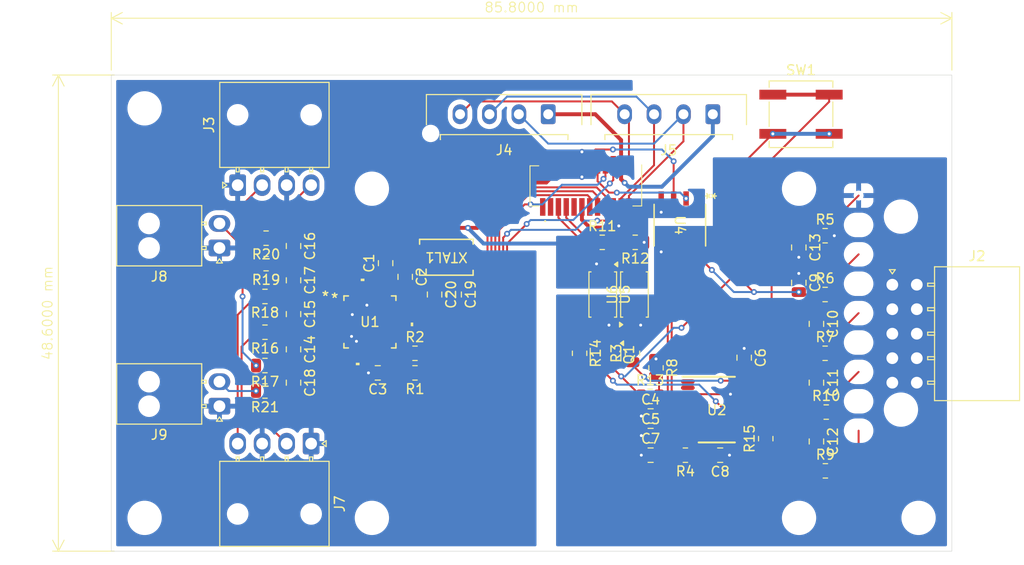
<source format=kicad_pcb>
(kicad_pcb (version 20240108) (generator "pcbnew") (generator_version "8.0")
  (layers (0 "F.Cu" signal) (31 "B.Cu" signal) (34 "B.Paste" user) (35 "F.Paste" user) (36 "B.SilkS" user "B.Silkscreen") (37 "F.SilkS" user "F.Silkscreen") (38 "B.Mask" user) (39 "F.Mask" user) (44 "Edge.Cuts" user))
  (net 0 "")
  (net 1 "GND")
  (net 2 "+3.3V")
  (net 3 "Net-(U1-CAP)")
  (net 4 "GNDA")
  (net 5 "+3.3VA")
  (net 6 "GND2")
  (net 7 "Net-(U2-CAP1)")
  (net 8 "Net-(U2-REGOUT)")
  (net 9 "Net-(U2-ALERT)")
  (net 10 "/cell4+")
  (net 11 "Net-(U2-BAT)")
  (net 12 "/VC1")
  (net 13 "/VC2")
  (net 14 "/VC3")
  (net 15 "/VC4")
  (net 16 "/VC0")
  (net 17 "/Thermistor town/AIN3")
  (net 18 "/Thermistor town/AIN4")
  (net 19 "/Thermistor town/AIN2")
  (net 20 "/Thermistor town/AIN0")
  (net 21 "/Thermistor town/AIN1")
  (net 22 "/Thermistor town/AIN5")
  (net 23 "/Thermistor town/xtal1")
  (net 24 "/Thermistor town/xtal2")
  (net 27 "/3&4COM")
  (net 28 "/2&3COM")
  (net 31 "/1&2COM")
  (net 32 "/Thermistor town/temp1")
  (net 33 "/Thermistor town/temp0")
  (net 34 "+12V")
  (net 35 "GNDPWR")
  (net 36 "/I-CAN_L")
  (net 37 "/I-CAN_H")
  (net 38 "/Thermistor town/temp3")
  (net 39 "/Thermistor town/temp2")
  (net 40 "/Thermistor town/temp4")
  (net 41 "/Thermistor town/temp5")
  (net 42 "Net-(Q1-G)")
  (net 43 "Net-(Q1-D)")
  (net 44 "/SYNC")
  (net 45 "/adCS")
  (net 46 "Net-(R3-Pad2)")
  (net 47 "Net-(U2-TS1)")
  (net 48 "Net-(R11-Pad2)")
  (net 49 "/bmsEN")
  (net 50 "/bmsALERT")
  (net 51 "/VC5")
  (net 52 "/DRDY")
  (net 53 "/adSCLK")
  (net 55 "/adMOSI")
  (net 57 "/adMISO")
  (net 61 "/bmSDA")
  (net 62 "/bmSCL")
  (net 65 "/psSCL")
  (net 66 "/psSDA")
  (net 69 "Net-(C19-Pad1)")
  (net 70 "Net-(C20-Pad1)")
  (footprint "Resistor_SMD:R_0805_2012Metric" (layer "F.Cu") (at 112.2875 54.2 180)
    (property "Reference" "R18")
    (property "Value" "50Ω")
  )
  (footprint "Resistor_SMD:R_0805_2012Metric" (layer "F.Cu") (at 169.4875 72)
    (property "Reference" "R9")
    (property "Value" "100Ω")
  )
  (footprint "Resistor_SMD:R_0805_2012Metric" (layer "F.Cu") (at 112.2875 61.25 180)
    (property "Reference" "R17")
    (property "Value" "50Ω")
  )
  (footprint "Resistor_SMD:R_0805_2012Metric" (layer "F.Cu") (at 112.4 50.85 180)
    (property "Reference" "R19")
    (property "Value" "50Ω")
  )
  (footprint "Package_SO:SSOP-4_4.4x2.6mm_P1.27mm" (layer "F.Cu") (at 146.765 54 -90)
    (property "Reference" "U5")
    (property "Value" "EL3H7")
  )
  (footprint "footprints:SOIC8_D_TEX" (layer "F.Cu") (at 154.635 46.92415 -90)
    (property "Reference" "U4")
    (property "Value" "ISO1641BDR")
  )
  (footprint "Capacitor_SMD:C_0805_2012Metric" (layer "F.Cu") (at 115.2 52.55 -90)
    (property "Reference" "C17")
    (property "Value" "4.7nF")
  )
  (footprint "Package_SO:SSOP-4_4.4x2.6mm_P1.27mm" (layer "F.Cu") (at 150 54 90)
    (property "Reference" "U6")
    (property "Value" "EL3H7")
  )
  (footprint "UTSVT_Special:PeripheralSOM" (layer "F.Cu") (at 141.81226 61.23774 90)
    (property "Reference" "U3" (hide yes))
    (property "Value" "PeripheralSOM" (hide yes))
  )
  (footprint "Capacitor_SMD:C_0805_2012Metric" (layer "F.Cu") (at 168.575 57 -90)
    (property "Reference" "C10")
    (property "Value" "1μF")
  )
  (footprint "Capacitor_SMD:C_0805_2012Metric" (layer "F.Cu") (at 129.6 54 -90)
    (property "Reference" "C20")
    (property "Value" "36pF")
  )
  (footprint "Resistor_SMD:R_0805_2012Metric" (layer "F.Cu") (at 127.6 60)
    (property "Reference" "R2")
    (property "Value" "100kΩ")
  )
  (footprint "Resistor_SMD:R_0805_2012Metric" (layer "F.Cu") (at 155.2 70.4 180)
    (property "Reference" "R4")
    (property "Value" "100Ω")
  )
  (footprint "Resistor_SMD:R_0805_2012Metric" (layer "F.Cu") (at 169.575 66)
    (property "Reference" "R10")
    (property "Value" "100Ω")
  )
  (footprint "Capacitor_SMD:C_0805_2012Metric" (layer "F.Cu") (at 115.2 59.6 -90)
    (property "Reference" "C14")
    (property "Value" "4.7nF")
  )
  (footprint "Capacitor_SMD:C_0805_2012Metric" (layer "F.Cu") (at 131.6 54 -90)
    (property "Reference" "C19")
    (property "Value" "36pF")
  )
  (footprint "Resistor_SMD:R_0805_2012Metric" (layer "F.Cu") (at 151.6 64.4)
    (property "Reference" "R13")
    (property "Value" "10kΩ")
  )
  (footprint "Capacitor_SMD:C_0805_2012Metric" (layer "F.Cu") (at 115.2 56 -90)
    (property "Reference" "C15")
    (property "Value" "4.7nF")
  )
  (footprint "Capacitor_SMD:C_0805_2012Metric" (layer "F.Cu") (at 166.775 49.2 -90)
    (property "Reference" "C13")
    (property "Value" "1μF")
  )
  (footprint "Resistor_SMD:R_0805_2012Metric" (layer "F.Cu") (at 169.4625 60)
    (property "Reference" "R7")
    (property "Value" "100Ω")
  )
  (footprint "Resistor_SMD:R_0805_2012Metric" (layer "F.Cu") (at 112.4 48.25 180)
    (property "Reference" "R20")
    (property "Value" "50Ω")
  )
  (footprint "Capacitor_SMD:C_0805_2012Metric" (layer "F.Cu") (at 126.6 52.2 -90)
    (property "Reference" "C2")
    (property "Value" "220nF")
  )
  (footprint "Connector_Molex:Molex_Nano-Fit_105313-xx04_1x04_P2.50mm_Horizontal" (layer "F.Cu") (at 117 69.22 -90)
    (property "Reference" "J7")
    (property "Value" "temptap1")
  )
  (footprint "Resistor_SMD:R_0805_2012Metric" (layer "F.Cu") (at 163.4 68.7125 90)
    (property "Reference" "R15")
    (property "Value" "0Ω")
  )
  (footprint "MountingHole:MountingHole_3mm" (layer "F.Cu") (at 100 76.8)
    (property "Reference" "H1" (hide yes))
    (property "Value" "MountingHole")
  )
  (footprint "Capacitor_SMD:C_0805_2012Metric" (layer "F.Cu") (at 115.2 63 -90)
    (property "Reference" "C18")
    (property "Value" "4.7nF")
  )
  (footprint "Button_Switch_SMD:SW_SPST_B3SL-1002P" (layer "F.Cu") (at 167 35.6)
    (property "Reference" "SW1")
    (property "Value" "BMS_BOOT")
  )
  (footprint "footprints:TQFP32_PBS_TEX" (layer "F.Cu") (at 123 56.8)
    (property "Reference" "U1")
    (property "Value" "ADS131M08QPBSRQ1")
  )
  (footprint "MountingHole:MountingHole_3mm" (layer "F.Cu") (at 179 76.8)
    (property "Reference" "H1" (hide yes))
    (property "Value" "MountingHole")
  )
  (footprint "Capacitor_SMD:C_0805_2012Metric" (layer "F.Cu") (at 151.65 66.4)
    (property "Reference" "C4")
    (property "Value" "1μF")
  )
  (footprint "footprints:XTAL_ABM3-8.000MHZ-D2Y-T_ABR" (layer "F.Cu") (at 130.8 50.2 180)
    (property "Reference" "XTAL1")
    (property "Value" "ABM3-8.000MHZ-D2Y-T")
  )
  (footprint "Capacitor_SMD:C_0805_2012Metric" (layer "F.Cu") (at 168.575 63 -90)
    (property "Reference" "C11")
    (property "Value" "1μF")
  )
  (footprint "Capacitor_SMD:C_0805_2012Metric" (layer "F.Cu") (at 151.65 68.4)
    (property "Reference" "C5")
    (property "Value" "4.7μF")
  )
  (footprint "Connector_Molex:Molex_Nano-Fit_105313-xx02_1x02_P2.50mm_Horizontal" (layer "F.Cu") (at 107.64 49.25 180)
    (property "Reference" "J8")
    (property "Value" "extratemp1")
  )
  (footprint "Capacitor_SMD:C_0805_2012Metric" (layer "F.Cu") (at 151.65 70.4)
    (property "Reference" "C7")
    (property "Value" "1μF")
  )
  (footprint "Connector_Molex:Molex_Nano-Fit_105313-xx02_1x02_P2.50mm_Horizontal" (layer "F.Cu") (at 107.64 65.4 180)
    (property "Reference" "J9")
    (property "Value" "extratemp2")
  )
  (footprint "Connector_Molex:Molex_Nano-Fit_105314-xx10_2x05_P2.50mm_Horizontal" (layer "F.Cu") (at 176.32 53)
    (property "Reference" "J2")
    (property "Value" "voltage taps")
  )
  (footprint "Capacitor_SMD:C_0805_2012Metric" (layer "F.Cu") (at 124.6 50.8 90)
    (property "Reference" "C1")
    (property "Value" "1μF")
  )
  (footprint "footprints:PW0020A_N" (layer "F.Cu") (at 158.4 65.8)
    (property "Reference" "U2")
    (property "Value" "BQ7692003PW")
  )
  (footprint "Resistor_SMD:R_0805_2012Metric" (layer "F.Cu") (at 112.2875 57.85 180)
    (property "Reference" "R16")
    (property "Value" "50Ω")
  )
  (footprint "Resistor_SMD:R_0805_2012Metric" (layer "F.Cu") (at 112.2875 63.85 180)
    (property "Reference" "R21")
    (property "Value" "50Ω")
  )
  (footprint "MountingHole:MountingHole_3mm" (layer "F.Cu") (at 179 35)
    (property "Reference" "H1" (hide yes))
    (property "Value" "MountingHole")
  )
  (footprint "Resistor_SMD:R_0805_2012Metric" (layer "F.Cu") (at 152.2 61.4875 -90)
    (property "Reference" "R8")
    (property "Value" "10kΩ")
  )
  (footprint "Connector_Molex:Molex_Nano-Fit_105313-xx04_1x04_P2.50mm_Horizontal" (layer "F.Cu") (at 109.5 42.84 90)
    (property "Reference" "J3")
    (property "Value" "temptap0")
  )
  (footprint "Resistor_SMD:R_0805_2012Metric" (layer "F.Cu") (at 127.6 62 180)
    (property "Reference" "R1")
    (property "Value" "100kΩ")
  )
  (footprint "Resistor_SMD:R_0805_2012Metric" (layer "F.Cu") (at 144.4 60 -90)
    (property "Reference" "R14")
    (property "Value" "100kΩ")
  )
  (footprint "Resistor_SMD:R_0805_2012Metric" (layer "F.Cu") (at 150.0775 48.675 180)
    (property "Reference" "R12")
    (property "Value" "10kΩ")
  )
  (footprint "MountingHole:MountingHole_3mm" (layer "F.Cu") (at 100 35)
    (property "Reference" "H1" (hide yes))
    (property "Value" "MountingHole")
  )
  (footprint "Package_TO_SOT_SMD:SOT-23" (layer "F.Cu") (at 147.05 60.1375 -90)
    (property "Reference" "Q1")
    (property "Value" "mmftp3334k")
  )
  (footprint "Capacitor_SMD:C_0805_2012Metric" (layer "F.Cu") (at 158.75 70.4 180)
    (property "Reference" "C8")
    (property "Value" "10μF")
  )
  (footprint "Connector_Molex:Molex_Micro-Fit_3.0_43650-0415_1x04_P3.00mm_Vertical" (layer "F.Cu") (at 158 35.6 180)
    (property "Reference" "J5")
    (property "Value" "I-CanConn")
  )
  (footprint "Resistor_SMD:R_0805_2012Metric" (layer "F.Cu") (at 169.4625 48)
    (property "Reference" "R5")
    (property "Value" "100Ω")
  )
  (footprint "Capacitor_SMD:C_0805_2012Metric" (layer "F.Cu") (at 166.775 52.8 -90)
    (property "Reference" "C9")
    (property "Value" "1μF")
  )
  (footprint "Capacitor_SMD:C_0805_2012Metric" (layer "F.Cu") (at 161.2 60.45 -90)
    (property "Reference" "C6")
    (property "Value" "4.7pF")
  )
  (footprint "Resistor_SMD:R_0805_2012Metric" (layer "F.Cu") (at 146.7125 48.675)
    (property "Reference" "R11")
    (property "Value" "2kΩ")
  )
  (footprint "Resistor_SMD:R_0805_2012Metric" (layer "F.Cu") (at 149.8 60 90)
    (property "Reference" "R3")
    (property "Value" "500kΩ")
  )
  (footprint "Capacitor_SMD:C_0805_2012Metric" (layer "F.Cu") (at 115.2 49.05 -90)
    (property "Reference" "C16")
    (property "Value" "4.7nF")
  )
  (footprint "Capacitor_SMD:C_0805_2012Metric" (layer "F.Cu") (at 123.8 62 180)
    (property "Reference" "C3")
    (property "Value" "1μF")
  )
  (footprint "Capacitor_SMD:C_0805_2012Metric" (layer "F.Cu") (at 168.575 69 -90)
    (property "Reference" "C12")
    (property "Value" "1μF")
  )
  (footprint "Connector_Molex:Molex_Micro-Fit_3.0_43650-0415_1x04_P3.00mm_Vertical" (layer "F.Cu") (at 141.2 35.6 180)
    (property "Reference" "J4")
    (property "Value" "I-CanConn")
  )
  (footprint "Resistor_SMD:R_0805_2012Metric" (layer "F.Cu") (at 169.4625 54)
    (property "Reference" "R6")
    (property "Value" "100Ω")
  )
  (gr_rect (start 96.6 31.6) (end 182.4 80.2) (stroke (width 0.05)) (fill none) (layer "Edge.Cuts"))
  (dimension (type aligned) (layer "F.SilkS") (pts (xy 97.4 31.6) (xy 97.4 80.2)) (height 6.2) (gr_text "48.6000 mm" (at 90.1 55.9 90) (layer "F.SilkS") (effects (font (size 1 1) (thickness 0.1)))) (format (prefix "") (suffix "") (units 3) (units_format 1) (precision 4)) (style (thickness 0.1) (arrow_length 1.27) (text_position_mode 0) (extension_height 0.58642) (extension_offset 0.5) keep_text_aligned))
  (dimension (type aligned) (layer "F.SilkS") (pts (xy 182.4 31.6) (xy 96.6 31.6)) (height 5.8) (gr_text "85.8000 mm" (at 139.5 24.7 0) (layer "F.SilkS") (effects (font (size 1 1) (thickness 0.1)))) (format (prefix "") (suffix "") (units 3) (units_format 1) (precision 4)) (style (thickness 0.1) (arrow_length 1.27) (text_position_mode 0) (extension_height 0.58642) (extension_offset 0.5) keep_text_aligned))
  (segment (start 124.6 49.85) (end 125.2 49.85) (width 0.4) (layer "F.Cu") (net 1))
  (segment (start 124.749999 53.109745) (end 126.6 51.259744) (width 0.2) (layer "F.Cu") (net 1))
  (segment (start 144.63726 45.06274) (end 144.63726 46.36274) (width 0.4) (layer "F.Cu") (net 1))
  (segment (start 133 47.2) (end 133.961522 47.2) (width 0.4) (layer "F.Cu") (net 1))
  (segment (start 124.749999 53.5996) (end 124.749999 53.109745) (width 0.2) (layer "F.Cu") (net 1))
  (segment (start 138.598782 42.56274) (end 141 42.56274) (width 0.4) (layer "F.Cu") (net 1))
  (segment (start 133.961522 47.2) (end 138.598782 42.56274) (width 0.4) (layer "F.Cu") (net 1))
  (segment (start 144.63726 46.36274) (end 145.44952 47.175) (width 0.4) (layer "F.Cu") (net 1))
  (segment (start 126.6 51.259744) (end 126.6 51.25) (width 0.2) (layer "F.Cu") (net 1))
  (segment (start 145.44952 47.175) (end 148.225 47.175) (width 0.4) (layer "F.Cu") (net 1))
  (segment (start 148.4 47) (end 148.337258 47.062742) (width 0.2) (layer "F.Cu") (net 1))
  (segment (start 152.73 44.2) (end 152.73 45.6) (width 0.4) (layer "F.Cu") (net 1))
  (segment (start 141.43726 42.12548) (end 141.43726 40.76274) (width 0.4) (layer "F.Cu") (net 1))
  (segment (start 133 47.2) (end 127.25 47.2) (width 0.4) (layer "F.Cu") (net 1))
  (segment (start 127.25 47.2) (end 124.6 49.85) (width 0.4) (layer "F.Cu") (net 1))
  (segment (start 125.2 49.85) (end 126.6 51.25) (width 0.4) (layer "F.Cu") (net 1))
  (segment (start 141 42.56274) (end 141.43726 42.12548) (width 0.4) (layer "F.Cu") (net 1))
  (segment (start 148.225 47.175) (end 148.4 47) (width 0.4) (layer "F.Cu") (net 1))
  (via (at 148.4 47) (size 0.6) (drill 0.3) (layers "F.Cu" "B.Cu") (net 1))
  (via (at 133 47.2) (size 0.6) (drill 0.3) (layers "F.Cu" "B.Cu") (net 1))
  (via (at 146.13 50.875) (size 0.6) (drill 0.3) (layers "F.Cu" "B.Cu") (net 1))
  (via (at 152.73 45.6) (size 0.6) (drill 0.3) (layers "F.Cu" "B.Cu") (net 1))
  (via (at 150.99 48.675) (size 0.6) (drill 0.3) (layers "F.Cu" "B.Cu") (net 1))
  (segment (start 144.055 48.8) (end 146.13 50.875) (width 0.4) (layer "B.Cu") (net 1))
  (segment (start 146.2 50.805) (end 146.13 50.875) (width 0.2) (layer "B.Cu") (net 1))
  (segment (start 134.6 48.8) (end 144.055 48.8) (width 0.4) (layer "B.Cu") (net 1))
  (segment (start 133 47.2) (end 134.6 48.8) (width 0.4) (layer "B.Cu") (net 1))
  (segment (start 124.25 52.1) (end 124.6 51.75) (width 0.2) (layer "F.Cu") (net 2))
  (segment (start 124.25 53.5996) (end 124.25 52.1) (width 0.2) (layer "F.Cu") (net 2))
  (segment (start 128.5125 62) (end 128.5125 60) (width 0.2) (layer "F.Cu") (net 2))
  (segment (start 126.2004 53.5496) (end 126.6 53.15) (width 0.2) (layer "F.Cu") (net 3))
  (segment (start 126.2004 55.050001) (end 126.2004 53.5496) (width 0.2) (layer "F.Cu") (net 3))
  (segment (start 119.7996 58.05) (end 119.7996 57.550001) (width 0.2) (layer "F.Cu") (net 4))
  (segment (start 123.25 54.5251) (end 123.25 53.5996) (width 0.2) (layer "F.Cu") (net 4))
  (segment (start 120.3965 57.550001) (end 119.7996 57.550001) (width 0.2) (layer "F.Cu") (net 4))
  (segment (start 119.7996 56.049999) (end 121.2 56.049999) (width 0.2) (layer "F.Cu") (net 4))
  (segment (start 121.725101 56.049999) (end 122.68755 55.08755) (width 0.2) (layer "F.Cu") (net 4))
  (segment (start 122.98755 54.78755) (end 123.25 54.5251) (width 0.2) (layer "F.Cu") (net 4))
  (segment (start 121.12325 58.276751) (end 121.123249 58.276751) (width 0.2) (layer "F.Cu") (net 4))
  (segment (start 123.25 60.0004) (end 122.75 60.0004) (width 0.2) (layer "F.Cu") (net 4))
  (segment (start 119.7996 58.05) (end 120.2251 58.05) (width 0.2) (layer "F.Cu") (net 4))
  (segment (start 121.2 56.049999) (end 121.725101 56.049999) (width 0.2) (layer "F.Cu") (net 4))
  (segment (start 119.7996 56.049999) (end 119.7996 55.55) (width 0.2) (layer "F.Cu") (net 4))
  (segment (start 123.25 60.0004) (end 123.25 61.6) (width 0.2) (layer "F.Cu") (net 4))
  (segment (start 123.25 61.6) (end 122.85 62) (width 0.2) (layer "F.Cu") (net 4))
  (segment (start 122.249999 60.0004) (end 121.75 60.0004) (width 0.2) (layer "F.Cu") (net 4))
  (segment (start 122.249999 59.4035) (end 121.62325 58.776751) (width 0.2) (layer "F.Cu") (net 4))
  (segment (start 121.323249 58.47675) (end 121.12325 58.276751) (width 0.2) (layer "F.Cu") (net 4))
  (segment (start 121.623249 58.77675) (end 121.32325 58.476751) (width 0.2) (layer "F.Cu") (net 4))
  (segment (start 121.75 53.5996) (end 122.249999 53.5996) (width 0.2) (layer "F.Cu") (net 4))
  (segment (start 121.123249 58.276751) (end 121.123249 58.27675) (width 0.2) (layer "F.Cu") (net 4))
  (segment (start 122.51245 54.78755) (end 122.98755 54.78755) (width 0.2) (layer "F.Cu") (net 4))
  (segment (start 122.249999 54.525099) (end 122.51245 54.78755) (width 0.2) (layer "F.Cu") (net 4))
  (segment (start 121.62325 58.77675) (end 121.623249 58.77675) (width 0.2) (layer "F.Cu") (net 4))
  (segment (start 144.63726 39.43726) (end 144.63726 42) (width 0.4) (layer "F.Cu") (net 4))
  (segment (start 121.250001 60.0004) (end 121.75 60.0004) (width 0.2) (layer "F.Cu") (net 4))
  (segment (start 121.62325 58.776751) (end 121.62325 58.77675) (width 0.2) (layer "F.Cu") (net 4))
  (segment (start 121.32325 58.476751) (end 121.323249 58.476751) (width 0.2) (layer "F.Cu") (net 4))
  (segment (start 122.75 60.0004) (end 122.249999 60.0004) (width 0.2) (layer "F.Cu") (net 4))
  (segment (start 121.323249 58.476751) (end 121.323249 58.47675) (width 0.2) (layer "F.Cu") (net 4))
  (segment (start 122.249999 53.5996) (end 122.249999 54.525099) (width 0.2) (layer "F.Cu") (net 4))
  (segment (start 122.249999 60.0004) (end 122.249999 59.4035) (width 0.2) (layer "F.Cu") (net 4))
  (segment (start 122.68755 55.08755) (end 122.98755 54.78755) (width 0.2) (layer "F.Cu") (net 4))
  (segment (start 121.123249 58.27675) (end 120.3965 57.550001) (width 0.2) (layer "F.Cu") (net 4))
  (via (at 122.85 62) (size 0.6) (drill 0.3) (layers "F.Cu" "B.Cu") (net 4))
  (via (at 121.123249 58.276751) (size 0.6) (drill 0.3) (layers "F.Cu" "B.Cu") (net 4))
  (via (at 121.2 56.049999) (size 0.6) (drill 0.3) (layers "F.Cu" "B.Cu") (net 4))
  (via (at 121.62325 58.77675) (size 0.6) (drill 0.3) (layers "F.Cu" "B.Cu") (net 4))
  (via (at 144.63726 39.43726) (size 0.6) (drill 0.3) (layers "F.Cu" "B.Cu") (net 4))
  (via (at 144.63726 42) (size 0.6) (drill 0.3) (layers "F.Cu" "B.Cu") (net 4))
  (via (at 122.68755 55.08755) (size 0.6) (drill 0.3) (layers "F.Cu" "B.Cu") (net 4))
  (segment (start 124.25 60.0004) (end 124.25 61.5) (width 0.2) (layer "F.Cu") (net 5))
  (segment (start 124.25 61.5) (end 124.75 62) (width 0.2) (layer "F.Cu") (net 5))
  (segment (start 170.4 48) (end 170.375 48) (width 0.2) (layer "F.Cu") (net 6))
  (segment (start 170.375 46.405) (end 170.375 48) (width 0.2) (layer "F.Cu") (net 6))
  (segment (start 161.350002 64.175002) (end 159.8 64.175002) (width 0.2) (layer "F.Cu") (net 6))
  (segment (start 161.350002 64.175002) (end 161.350002 63.525003) (width 0.2) (layer "F.Cu") (net 6))
  (segment (start 159.8 64.175002) (end 155.450001 64.175002) (width 0.2) (layer "F.Cu") (net 6))
  (segment (start 172.88 43.9) (end 170.375 46.405) (width 0.2) (layer "F.Cu") (net 6))
  (segment (start 166.775 50.2) (end 166.775 51.85) (width 0.2) (layer "F.Cu") (net 6))
  (segment (start 166.775 50.15) (end 166.775 50.2) (width 0.2) (layer "F.Cu") (net 6))
  (via (at 152.73 49.6483) (size 0.6) (drill 0.3) (layers "F.Cu" "B.Cu") (net 6))
  (via (at 150.7 70.4) (size 0.6) (drill 0.3) (layers "F.Cu" "B.Cu") (net 6))
  (via (at 166.775 51.85) (size 0.6) (drill 0.3) (layers "F.Cu" "B.Cu") (net 6))
  (via (at 161.2 59.5) (size 0.6) (drill 0.3) (layers "F.Cu" "B.Cu") (net 6))
  (via (at 166.775 50.2) (size 0.6) (drill 0.3) (layers "F.Cu" "B.Cu") (net 6))
  (via (at 150.635 57.125) (size 0.6) (drill 0.3) (layers "F.Cu" "B.Cu") (net 6))
  (via (at 152.2 60.575) (size 0.6) (drill 0.3) (layers "F.Cu" "B.Cu") (net 6))
  (via (at 170.4 48) (size 0.6) (drill 0.3) (layers "F.Cu" "B.Cu") (net 6))
  (via (at 147.4 57.125) (size 0.6) (drill 0.3) (layers "F.Cu" "B.Cu") (net 6))
  (via (at 159.7 70.4) (size 0.6) (drill 0.3) (layers "F.Cu" "B.Cu") (net 6))
  (via (at 150.7 68.4) (size 0.6) (drill 0.3) (layers "F.Cu" "B.Cu") (net 6))
  (via (at 159.8 64.175002) (size 0.6) (drill 0.3) (layers "F.Cu" "B.Cu") (net 6))
  (via (at 150.7 66.4) (size 0.6) (drill 0.3) (layers "F.Cu" "B.Cu") (net 6))
  (segment (start 155.450001 66.775002) (end 152.975002 66.775002) (width 0.2) (layer "F.Cu") (net 7))
  (segment (start 152.975002 66.775002) (end 152.6 66.4) (width 0.2) (layer "F.Cu") (net 7))
  (segment (start 153.574997 67.425003) (end 152.6 68.4) (width 0.2) (layer "F.Cu") (net 8))
  (segment (start 155.450001 67.425003) (end 153.574997 67.425003) (width 0.2) (layer "F.Cu") (net 8))
  (segment (start 161.350002 62.875002) (end 161.275 62.8) (width 0.2) (layer "F.Cu") (net 9))
  (segment (start 149.8 61.2) (end 149.8 60.9125) (width 0.2) (layer "F.Cu") (net 9))
  (segment (start 161.275 62.8) (end 158.8 62.8) (width 0.2) (layer "F.Cu") (net 9))
  (segment (start 161.350002 61.550002) (end 161.2 61.4) (width 0.2) (layer "F.Cu") (net 9))
  (segment (start 151 62.4) (end 149.8 61.2) (width 0.2) (layer "F.Cu") (net 9))
  (segment (start 161.350002 62.875002) (end 161.350002 61.550002) (width 0.2) (layer "F.Cu") (net 9))
  (via (at 158.8 62.8) (size 0.6) (drill 0.3) (layers "F.Cu" "B.Cu") (net 9))
  (via (at 151 62.4) (size 0.6) (drill 0.3) (layers "F.Cu" "B.Cu") (net 9))
  (segment (start 151 62.4) (end 151.4 62.8) (width 0.2) (layer "B.Cu") (net 9))
  (segment (start 151.4 62.8) (end 158.8 62.8) (width 0.2) (layer "B.Cu") (net 9))
  (segment (start 155.450001 68.075002) (end 154.550001 68.075002) (width 0.2) (layer "F.Cu") (net 10))
  (segment (start 170.4 72) (end 169.2 73.2) (width 0.2) (layer "F.Cu") (net 10))
  (segment (start 154.2875 70.4) (end 152.6 70.4) (width 0.2) (layer "F.Cu") (net 10))
  (segment (start 157.0875 73.2) (end 154.2875 70.4) (width 0.2) (layer "F.Cu") (net 10))
  (segment (start 170.4 72) (end 172.88 69.52) (width 0.2) (layer "F.Cu") (net 10))
  (segment (start 152.6 70.025003) (end 152.6 70.4) (width 0.2) (layer "F.Cu") (net 10))
  (segment (start 169.2 73.2) (end 157.0875 73.2) (width 0.2) (layer "F.Cu") (net 10))
  (segment (start 154.550001 68.075002) (end 152.6 70.025003) (width 0.2) (layer "F.Cu") (net 10))
  (segment (start 172.88 69.52) (end 172.88 67.9) (width 0.2) (layer "F.Cu") (net 10))
  (segment (start 155.450001 68.725003) (end 156.125003 68.725003) (width 0.2) (layer "F.Cu") (net 11))
  (segment (start 156.125003 68.725003) (end 157.8 70.4) (width 0.2) (layer "F.Cu") (net 11))
  (segment (start 156.1125 70.4) (end 156.1125 69.387502) (width 0.2) (layer "F.Cu") (net 11))
  (segment (start 156.1125 69.387502) (end 155.450001 68.725003) (width 0.2) (layer "F.Cu") (net 11))
  (segment (start 169.875 34.325) (end 169.875 33.6) (width 0.2) (layer "F.Cu") (net 12))
  (segment (start 168.575 56.05) (end 166.6 58.025) (width 0.2) (layer "F.Cu") (net 12))
  (segment (start 162.2 53.75) (end 162.15 53.75) (width 0.2) (layer "F.Cu") (net 12))
  (segment (start 147.05 62.05) (end 147.8 62.8) (width 0.2) (layer "F.Cu") (net 12))
  (segment (start 164.125 33.6) (end 169.875 33.6) (width 0.4) (layer "F.Cu") (net 12))
  (segment (start 162.15 53.75) (end 160.4 52) (width 0.2) (layer "F.Cu") (net 12))
  (segment (start 166.6 58.025) (end 166.6 61.325003) (width 0.2) (layer "F.Cu") (net 12))
  (segment (start 156.54 50.14) (end 156.54 49.6483) (width 0.2) (layer "F.Cu") (net 12))
  (segment (start 168.55 54) (end 167.025 54) (width 0.2) (layer "F.Cu") (net 12))
  (segment (start 168.575 54.025) (end 168.55 54) (width 0.2) (layer "F.Cu") (net 12))
  (segment (start 158.3 64.9) (end 158.875002 65.475002) (width 0.2) (layer "F.Cu") (net 12))
  (segment (start 160.4 52) (end 160.4 43.8) (width 0.2) (layer "F.Cu") (net 12))
  (segment (start 157.9 51.5) (end 156.54 50.14) (width 0.2) (layer "F.Cu") (net 12))
  (segment (start 167.025 54) (end 166.775 53.75) (width 0.2) (layer "F.Cu") (net 12))
  (segment (start 162.450001 65.475002) (end 161.350002 65.475002) (width 0.2) (layer "F.Cu") (net 12))
  (segment (start 168.575 56.05) (end 168.575 54.025) (width 0.2) (layer "F.Cu") (net 12))
  (segment (start 160.4 43.8) (end 169.875 34.325) (width 0.2) (layer "F.Cu") (net 12))
  (segment (start 158.875002 65.475002) (end 161.350002 65.475002) (width 0.2) (layer "F.Cu") (net 12))
  (segment (start 147.05 61.075) (end 144.5625 61.075) (width 0.2) (layer "F.Cu") (net 12))
  (segment (start 147.05 61.075) (end 147.05 62.05) (width 0.2) (layer "F.Cu") (net 12))
  (segment (start 144.5625 61.075) (end 144.4 60.9125) (width 0.2) (layer "F.Cu") (net 12))
  (segment (start 166.6 61.325003) (end 162.450001 65.475002) (width 0.2) (layer "F.Cu") (net 12))
  (via (at 147.8 62.8) (size 0.6) (drill 0.3) (layers "F.Cu" "B.Cu") (net 12))
  (via (at 166.775 53.75) (size 0.6) (drill 0.3) (layers "F.Cu" "B.Cu") (net 12))
  (via (at 162.2 53.75) (size 0.6) (drill 0.3) (layers "F.Cu" "B.Cu") (net 12))
  (via (at 157.9 51.5) (size 0.6) (drill 0.3) (layers "F.Cu" "B.Cu") (net 12))
  (via (at 158.3 64.9) (size 0.6) (drill 0.3) (layers "F.Cu" "B.Cu") (net 12))
  (segment (start 162.2 53.75) (end 166.775 53.75) (width 0.2) (layer "B.Cu") (net 12))
  (segment (start 156.6 63.2) (end 148.2 63.2) (width 0.2) (layer "B.Cu") (net 12))
  (segment (start 162.2 53.75) (end 160.15 53.75) (width 0.2) (layer "B.Cu") (net 12))
  (segment (start 160.15 53.75) (end 157.9 51.5) (width 0.2) (layer "B.Cu") (net 12))
  (segment (start 148.2 63.2) (end 147.8 62.8) (width 0.2) (layer "B.Cu") (net 12))
  (segment (start 158.3 64.9) (end 156.6 63.2) (width 0.2) (layer "B.Cu") (net 12))
  (segment (start 168.55 60) (end 168.55 59.95) (width 0.2) (layer "F.Cu") (net 13))
  (segment (start 168.575 62.05) (end 168.575 60.025) (width 0.2) (layer "F.Cu") (net 13))
  (segment (start 168.55 59.95) (end 168.575 59.925) (width 0.2) (layer "F.Cu") (net 13))
  (segment (start 161.350002 66.125003) (end 164.499997 66.125003) (width 0.2) (layer "F.Cu") (net 13))
  (segment (start 164.499997 66.125003) (end 168.575 62.05) (width 0.2) (layer "F.Cu") (net 13))
  (segment (start 168.575 59.925) (end 168.575 57.95) (width 0.2) (layer "F.Cu") (net 13))
  (segment (start 168.575 60.025) (end 168.55 60) (width 0.2) (layer "F.Cu") (net 13))
  (segment (start 161.350002 66.775002) (end 167.887498 66.775002) (width 0.2) (layer "F.Cu") (net 14))
  (segment (start 168.575 68.05) (end 168.575 66.0875) (width 0.2) (layer "F.Cu") (net 14))
  (segment (start 168.6625 64.0375) (end 168.575 63.95) (width 0.2) (layer "F.Cu") (net 14))
  (segment (start 168.6625 66) (end 168.6625 64.0375) (width 0.2) (layer "F.Cu") (net 14))
  (segment (start 167.887498 66.775002) (end 168.6625 66) (width 0.2) (layer "F.Cu") (net 14))
  (segment (start 168.575 66.0875) (end 168.6625 66) (width 0.2) (layer "F.Cu") (net 14))
  (segment (start 168.575 69.95) (end 165.55 69.95) (width 0.2) (layer "F.Cu") (net 15))
  (segment (start 168.575 72) (end 168.575 69.95) (width 0.2) (layer "F.Cu") (net 15))
  (segment (start 165.55 69.95) (end 163.4 67.8) (width 0.2) (layer "F.Cu") (net 15))
  (segment (start 163.4 67.8) (end 163.025003 67.425003) (width 0.2) (layer "F.Cu") (net 15))
  (segment (start 163.025003 67.425003) (end 161.350002 67.425003) (width 0.2) (layer "F.Cu") (net 15))
  (segment (start 161.350002 64.825003) (end 161.974997 64.825003) (width 0.2) (layer "F.Cu") (net 16))
  (segment (start 167.025 48) (end 166.775 48.25) (width 0.2) (layer "F.Cu") (net 16))
  (segment (start 168.55 48) (end 167.025 48) (width 0.2) (layer "F.Cu") (net 16))
  (segment (start 164 51.025) (end 166.775 48.25) (width 0.2) (layer "F.Cu") (net 16))
  (segment (start 164 62.8) (end 164 51.025) (width 0.2) (layer "F.Cu") (net 16))
  (segment (start 161.974997 64.825003) (end 164 62.8) (width 0.2) (layer "F.Cu") (net 16))
  (segment (start 115.2 58.65) (end 115.2 57.8) (width 0.2) (layer "F.Cu") (net 17))
  (segment (start 115.2 57.8) (end 115.15 57.85) (width 0.2) (layer "F.Cu") (net 17))
  (segment (start 115.2 56.95) (end 115.6 56.55) (width 0.2) (layer "F.Cu") (net 17))
  (segment (start 115.2 57.8) (end 115.2 56.95) (width 0.2) (layer "F.Cu") (net 17))
  (segment (start 115.15 57.85) (end 113.2 57.85) (width 0.2) (layer "F.Cu") (net 17))
  (segment (start 115.6 56.55) (end 119.7996 56.55) (width 0.2) (layer "F.Cu") (net 17))
  (segment (start 115.2 61.2) (end 115.2 60.55) (width 0.2) (layer "F.Cu") (net 18))
  (segment (start 115.2 60.55) (end 118.7 57.05) (width 0.2) (layer "F.Cu") (net 18))
  (segment (start 115.2 61.2) (end 115.15 61.25) (width 0.2) (layer "F.Cu") (net 18))
  (segment (start 115.15 61.25) (end 113.2 61.25) (width 0.2) (layer "F.Cu") (net 18))
  (segment (start 118.7 57.05) (end 119.7996 57.05) (width 0.2) (layer "F.Cu") (net 18))
  (segment (start 115.2 62.05) (end 115.2 61.2) (width 0.2) (layer "F.Cu") (net 18))
  (segment (start 115.2 53.5) (end 115.2 54.2) (width 0.2) (layer "F.Cu") (net 19))
  (segment (start 115.2 54.2) (end 113.2 54.2) (width 0.2) (layer "F.Cu") (net 19))
  (segment (start 115.2 54.2) (end 115.2 55.05) (width 0.2) (layer "F.Cu") (net 19))
  (segment (start 119.799599 55.05) (end 119.7996 55.050001) (width 0.2) (layer "F.Cu") (net 19))
  (segment (start 115.2 55.05) (end 119.799599 55.05) (width 0.2) (layer "F.Cu") (net 19))
  (segment (start 122.075899 52) (end 122.75 52.674101) (width 0.2) (layer "F.Cu") (net 20))
  (segment (start 119.1 52) (end 122.075899 52) (width 0.2) (layer "F.Cu") (net 20))
  (segment (start 113.3125 48.25) (end 115.05 48.25) (width 0.2) (layer "F.Cu") (net 20))
  (segment (start 122.75 52.674101) (end 122.75 53.5996) (width 0.2) (layer "F.Cu") (net 20))
  (segment (start 115.2 48.1) (end 119.1 52) (width 0.2) (layer "F.Cu") (net 20))
  (segment (start 115.05 48.25) (end 115.2 48.1) (width 0.2) (layer "F.Cu") (net 20))
  (segment (start 115.15 50.85) (end 115.2 50.8) (width 0.2) (layer "F.Cu") (net 21))
  (segment (start 115.2 51.6) (end 117.1996 53.5996) (width 0.2) (layer "F.Cu") (net 21))
  (segment (start 113.3125 50.85) (end 115.15 50.85) (width 0.2) (layer "F.Cu") (net 21))
  (segment (start 115.2 50.8) (end 115.2 51.6) (width 0.2) (layer "F.Cu") (net 21))
  (segment (start 117.1996 53.5996) (end 121.250001 53.5996) (width 0.2) (layer "F.Cu") (net 21))
  (segment (start 115.2 50) (end 115.2 50.8) (width 0.2) (layer "F.Cu") (net 21))
  (segment (start 115.2 63.95) (end 113.3 63.95) (width 0.2) (layer "F.Cu") (net 22))
  (segment (start 119.7996 59.3504) (end 119.7996 58.549999) (width 0.2) (layer "F.Cu") (net 22))
  (segment (start 115.2 63.95) (end 119.7996 59.3504) (width 0.2) (layer "F.Cu") (net 22))
  (segment (start 113.3 63.95) (end 113.2 63.85) (width 0.2) (layer "F.Cu") (net 22))
  (segment (start 126.2004 55.55) (end 129 55.55) (width 0.2) (layer "F.Cu") (net 23))
  (segment (start 129 55.55) (end 129.6 54.95) (width 0.2) (layer "F.Cu") (net 23))
  (segment (start 126.2004 56.049999) (end 130.500001 56.049999) (width 0.2) (layer "F.Cu") (net 24))
  (segment (start 130.500001 56.049999) (end 131.6 54.95) (width 0.2) (layer "F.Cu") (net 24))
  (segment (start 172.88 61.9) (end 170.4875 64.2925) (width 0.2) (layer "F.Cu") (net 27))
  (segment (start 170.4875 64.2925) (end 170.4875 66) (width 0.2) (layer "F.Cu") (net 27))
  (segment (start 170.375 58.405) (end 170.375 60) (width 0.2) (layer "F.Cu") (net 28))
  (segment (start 172.88 55.9) (end 170.375 58.405) (width 0.2) (layer "F.Cu") (net 28))
  (segment (start 170.375 52.405) (end 170.375 54) (width 0.2) (layer "F.Cu") (net 31))
  (segment (start 172.88 49.9) (end 170.375 52.405) (width 0.2) (layer "F.Cu") (net 31))
  (segment (start 110.41875 44.42125) (end 110.41875 49.78125) (width 0.2) (layer "F.Cu") (net 32))
  (segment (start 112 42.84) (end 110.41875 44.42125) (width 0.2) (layer "F.Cu") (net 32))
  (segment (start 110.41875 49.78125) (end 111.4875 50.85) (width 0.2) (layer "F.Cu") (net 32))
  (segment (start 110.4 49.7625) (end 110.41875 49.78125) (width 0.2) (layer "F.Cu") (net 32))
  (segment (start 116.8975 42.84) (end 111.4875 48.25) (width 0.2) (layer "F.Cu") (net 33))
  (segment (start 117 42.84) (end 116.8975 42.84) (width 0.2) (layer "F.Cu") (net 33))
  (segment (start 148.63726 42.23726) (end 149 42.6) (width 0.4) (layer "F.Cu") (net 34))
  (segment (start 141.2 35.6) (end 146 35.6) (width 0.4) (layer "F.Cu") (net 34))
  (segment (start 146 35.6) (end 148.63726 38.23726) (width 0.4) (layer "F.Cu") (net 34))
  (segment (start 148.63726 40.76274) (end 148.63726 42.23726) (width 0.4) (layer "F.Cu") (net 34))
  (segment (start 148.63726 38.23726) (end 148.63726 40.76274) (width 0.4) (layer "F.Cu") (net 34))
  (via (at 149 42.6) (size 0.6) (drill 0.3) (layers "F.Cu" "B.Cu") (net 34))
  (segment (start 149.4 43) (end 149 42.6) (width 0.4) (layer "B.Cu") (net 34))
  (segment (start 158 35.6) (end 158 37.8) (width 0.4) (layer "B.Cu") (net 34))
  (segment (start 158 37.8) (end 152.8 43) (width 0.4) (layer "B.Cu") (net 34))
  (segment (start 152.8 43) (end 149.4 43) (width 0.4) (layer "B.Cu") (net 34))
  (segment (start 149 35.6) (end 149.43726 36.03726) (width 0.2) (layer "F.Cu") (net 35))
  (segment (start 149.43726 36.03726) (end 149.43726 40.76274) (width 0.2) (layer "F.Cu") (net 35))
  (segment (start 132.2 35.6) (end 133.51 34.29) (width 0.2) (layer "F.Cu") (net 35))
  (segment (start 147.69 34.29) (end 149 35.6) (width 0.2) (layer "F.Cu") (net 35))
  (segment (start 133.51 34.29) (end 147.69 34.29) (width 0.2) (layer "F.Cu") (net 35))
  (segment (start 148.63726 44.16274) (end 152 40.8) (width 0.2) (layer "F.Cu") (net 36))
  (segment (start 148.63726 45.06274) (end 148.63726 44.16274) (width 0.2) (layer "F.Cu") (net 36))
  (segment (start 152 40.8) (end 152 35.6) (width 0.2) (layer "F.Cu") (net 36))
  (segment (start 152 35.6) (end 150.2 33.8) (width 0.2) (layer "B.Cu") (net 36))
  (segment (start 150.2 33.8) (end 137 33.8) (width 0.2) (layer "B.Cu") (net 36))
  (segment (start 137 33.8) (end 135.2 35.6) (width 0.2) (layer "B.Cu") (net 36))
  (segment (start 149.43726 43.928426) (end 149.43726 45.06274) (width 0.2) (layer "F.Cu") (net 37))
  (segment (start 155 38.365686) (end 149.43726 43.928426) (width 0.2) (layer "F.Cu") (net 37))
  (segment (start 155 35.6) (end 155 38.365686) (width 0.2) (layer "F.Cu") (net 37))
  (segment (start 155 35.6) (end 152 38.6) (width 0.2) (layer "B.Cu") (net 37))
  (segment (start 141.2 38.6) (end 138.2 35.6) (width 0.2) (layer "B.Cu") (net 37))
  (segment (start 152 38.6) (end 141.2 38.6) (width 0.2) (layer "B.Cu") (net 37))
  (segment (start 111.375 57.85) (end 109.9 59.325) (width 0.2) (layer "F.Cu") (net 38))
  (segment (start 109.9 64.62) (end 114.5 69.22) (width 0.2) (layer "F.Cu") (net 38))
  (segment (start 109.9 59.325) (end 109.9 64.62) (width 0.2) (layer "F.Cu") (net 38))
  (segment (start 109.5 69.22) (end 109.5 56.075) (width 0.2) (layer "F.Cu") (net 39))
  (segment (start 109.5 56.075) (end 111.375 54.2) (width 0.2) (layer "F.Cu") (net 39))
  (segment (start 107.64 46.75) (end 110 49.11) (width 0.2) (layer "F.Cu") (net 40))
  (segment (start 110 49.11) (end 110 54.2) (width 0.2) (layer "F.Cu") (net 40))
  (via (at 111.375 61.25) (size 0.6) (drill 0.3) (layers "F.Cu" "B.Cu") (net 40))
  (via (at 110 54.2) (size 0.6) (drill 0.3) (layers "F.Cu" "B.Cu") (net 40))
  (segment (start 110 59.875) (end 111.375 61.25) (width 0.2) (layer "B.Cu") (net 40))
  (segment (start 110 54.2) (end 110 59.875) (width 0.2) (layer "B.Cu") (net 40))
  (segment (start 111.4 63.875) (end 111.375 63.85) (width 0.2) (layer "F.Cu") (net 41))
  (via (at 111.375 63.85) (size 0.6) (drill 0.3) (layers "F.Cu" "B.Cu") (net 41))
  (segment (start 108.59 63.85) (end 107.64 62.9) (width 0.2) (layer "B.Cu") (net 41))
  (segment (start 111.375 63.85) (end 108.59 63.85) (width 0.2) (layer "B.Cu") (net 41))
  (segment (start 144.5125 59.2) (end 144.4 59.0875) (width 0.2) (layer "F.Cu") (net 42))
  (segment (start 146.1 59.2) (end 144.5125 59.2) (width 0.2) (layer "F.Cu") (net 42))
  (segment (start 146.13 59.17) (end 146.1 59.2) (width 0.2) (layer "F.Cu") (net 42))
  (segment (start 146.13 57.125) (end 146.13 59.17) (width 0.2) (layer "F.Cu") (net 42))
  (segment (start 150.6875 64.4) (end 148.64375 62.35625) (width 0.2) (layer "F.Cu") (net 43))
  (segment (start 160 41.725) (end 160 52.2) (width 0.2) (layer "F.Cu") (net 43))
  (segment (start 160 52.2) (end 154.8 57.4) (width 0.2) (layer "F.Cu") (net 43))
  (segment (start 148.64375 62.35625) (end 148 61.7125) (width 0.2) (layer "F.Cu") (net 43))
  (segment (start 164.125 37.6) (end 160 41.725) (width 0.2) (layer "F.Cu") (net 43))
  (segment (start 148 61.7125) (end 148 59.2) (width 0.2) (layer "F.Cu") (net 43))
  (via (at 169.875 37.6) (size 0.6) (drill 0.3) (layers "F.Cu" "B.Cu") (net 43))
  (via (at 148.64375 62.35625) (size 0.6) (drill 0.3) (layers "F.Cu" "B.Cu") (net 43))
  (via (at 164.125 37.6) (size 0.6) (drill 0.3) (layers "F.Cu" "B.Cu") (net 43))
  (via (at 154.8 57.4) (size 0.6) (drill 0.3) (layers "F.Cu" "B.Cu") (net 43))
  (segment (start 154.8 57.4) (end 154 57.4) (width 0.2) (layer "B.Cu") (net 43))
  (segment (start 154 57.4) (end 149.04375 62.35625) (width 0.2) (layer "B.Cu") (net 43))
  (segment (start 149.04375 62.35625) (end 148.64375 62.35625) (width 0.2) (layer "B.Cu") (net 43))
  (segment (start 169.875 37.6) (end 164.125 37.6) (width 0.4) (layer "B.Cu") (net 43))
  (segment (start 147.486389 42.663019) (end 147.83726 42.312148) (width 0.2) (layer "F.Cu") (net 44))
  (segment (start 124.749999 60.062499) (end 126.6875 62) (width 0.2) (layer "F.Cu") (net 44))
  (segment (start 147.83726 42.312148) (end 147.83726 40.76274) (width 0.2) (layer "F.Cu") (net 44))
  (segment (start 137 55.497058) (end 133.497058 59) (width 0.2) (layer "F.Cu") (net 44))
  (segment (start 139 46.8) (end 137 48.8) (width 0.2) (layer "F.Cu") (net 44))
  (segment (start 137 48.8) (end 137 55.497058) (width 0.2) (layer "F.Cu") (net 44))
  (segment (start 127.6 61.0875) (end 126.6875 62) (width 0.2) (layer "F.Cu") (net 44))
  (segment (start 124.749999 60.0004) (end 124.749999 60.062499) (width 0.2) (layer "F.Cu") (net 44))
  (segment (start 128.015256 59) (end 133.497058 59) (width 0.2) (layer "F.Cu") (net 44))
  (segment (start 128.015256 59) (end 127.6 59.415256) (width 0.2) (layer "F.Cu") (net 44))
  (segment (start 127.6 59.415256) (end 127.6 61.0875) (width 0.2) (layer "F.Cu") (net 44))
  (via (at 147.486389 42.663019) (size 0.6) (drill 0.3) (layers "F.Cu" "B.Cu") (net 44))
  (via (at 139 46.8) (size 0.6) (drill 0.3) (layers "F.Cu" "B.Cu") (net 44))
  (segment (start 139.4 46.4) (end 143.749408 46.4) (width 0.2) (layer "B.Cu") (net 44))
  (segment (start 139 46.8) (end 139.4 46.4) (width 0.2) (layer "B.Cu") (net 44))
  (segment (start 143.749408 46.4) (end 147.486389 42.663019) (width 0.2) (layer "B.Cu") (net 44))
  (segment (start 147.83726 46.16274) (end 147.83726 45.06274) (width 0.2) (layer "F.Cu") (net 45))
  (segment (start 126.2004 58.549999) (end 133.381373 58.549999) (width 0.2) (layer "F.Cu") (net 45))
  (segment (start 136.6 55.331372) (end 133.381373 58.549999) (width 0.2) (layer "F.Cu") (net 45))
  (segment (start 137 47.8) (end 136.6 48.2) (width 0.2) (layer "F.Cu") (net 45))
  (segment (start 136.6 48.2) (end 136.6 55.331372) (width 0.2) (layer "F.Cu") (net 45))
  (segment (start 126.2004 59.5129) (end 126.6875 60) (width 0.2) (layer "F.Cu") (net 45))
  (segment (start 147.537258 46.462742) (end 147.83726 46.16274) (width 0.2) (layer "F.Cu") (net 45))
  (segment (start 126.2004 58.549999) (end 126.2004 59.5129) (width 0.2) (layer "F.Cu") (net 45))
  (segment (start 146.2 46.462742) (end 147.537258 46.462742) (width 0.2) (layer "F.Cu") (net 45))
  (via (at 137 47.8) (size 0.6) (drill 0.3) (layers "F.Cu" "B.Cu") (net 45))
  (via (at 146.2 46.462742) (size 0.6) (drill 0.3) (layers "F.Cu" "B.Cu") (net 45))
  (segment (start 143.988971 47.4) (end 144.926229 46.462742) (width 0.2) (layer "B.Cu") (net 45))
  (segment (start 137 47.8) (end 137.4 47.4) (width 0.2) (layer "B.Cu") (net 45))
  (segment (start 144.926229 46.462742) (end 146.2 46.462742) (width 0.2) (layer "B.Cu") (net 45))
  (segment (start 137.4 47.4) (end 143.988971 47.4) (width 0.2) (layer "B.Cu") (net 45))
  (segment (start 149.365 58.6525) (end 149.8 59.0875) (width 0.2) (layer "F.Cu") (net 46))
  (segment (start 149.365 57.125) (end 149.365 58.6525) (width 0.2) (layer "F.Cu") (net 46))
  (segment (start 152.5125 64.4) (end 152.5125 62.7125) (width 0.2) (layer "F.Cu") (net 47))
  (segment (start 155.450001 66.125003) (end 154.237503 66.125003) (width 0.2) (layer "F.Cu") (net 47))
  (segment (start 152.5125 62.7125) (end 152.2 62.4) (width 0.2) (layer "F.Cu") (net 47))
  (segment (start 154.237503 66.125003) (end 152.5125 64.4) (width 0.2) (layer "F.Cu") (net 47))
  (segment (start 147.625 50.65) (end 147.4 50.875) (width 0.2) (layer "F.Cu") (net 48))
  (segment (start 147.625 48.675) (end 147.625 50.65) (width 0.2) (layer "F.Cu") (net 48))
  (segment (start 142.23726 46.16274) (end 144.74952 48.675) (width 0.2) (layer "F.Cu") (net 49))
  (segment (start 142.23726 45.06274) (end 142.23726 46.16274) (width 0.2) (layer "F.Cu") (net 49))
  (segment (start 144.74952 48.675) (end 145.8 48.675) (width 0.2) (layer "F.Cu") (net 49))
  (segment (start 149.165 48.675) (end 150.635 50.145) (width 0.2) (layer "F.Cu") (net 50))
  (segment (start 143.03726 45.06274) (end 143.03726 46.16274) (width 0.2) (layer "F.Cu") (net 50))
  (segment (start 143.03726 46.16274) (end 144.54952 47.675) (width 0.2) (layer "F.Cu") (net 50))
  (segment (start 144.54952 47.675) (end 148.165 47.675) (width 0.2) (layer "F.Cu") (net 50))
  (segment (start 148.165 47.675) (end 149.165 48.675) (width 0.2) (layer "F.Cu") (net 50))
  (segment (start 150.635 50.145) (end 150.635 50.875) (width 0.2) (layer "F.Cu") (net 50))
  (segment (start 161.350002 68.075002) (end 162.177758 68.075002) (width 0.2) (layer "F.Cu") (net 51))
  (segment (start 163.4 69.297244) (end 163.4 69.625) (width 0.2) (layer "F.Cu") (net 51))
  (segment (start 162.177758 68.075002) (end 163.4 69.297244) (width 0.2) (layer "F.Cu") (net 51))
  (segment (start 146.840078 42.191547) (end 147.03726 41.994365) (width 0.2) (layer "F.Cu") (net 52))
  (segment (start 136.2 55.165686) (end 133.315686 58.05) (width 0.2) (layer "F.Cu") (net 52))
  (segment (start 147.03726 41.994365) (end 147.03726 40.76274) (width 0.2) (layer "F.Cu") (net 52))
  (segment (start 138.8 44.8) (end 136.2 47.4) (width 0.2) (layer "F.Cu") (net 52))
  (segment (start 139.4 44.8) (end 138.8 44.8) (width 0.2) (layer "F.Cu") (net 52))
  (segment (start 136.2 47.4) (end 136.2 55.165686) (width 0.2) (layer "F.Cu") (net 52))
  (segment (start 126.2004 58.05) (end 133.315686 58.05) (width 0.2) (layer "F.Cu") (net 52))
  (via (at 139.4 44.8) (size 0.6) (drill 0.3) (layers "F.Cu" "B.Cu") (net 52))
  (via (at 146.840078 42.191547) (size 0.6) (drill 0.3) (layers "F.Cu" "B.Cu") (net 52))
  (segment (start 142.6 42.8) (end 140.6 44.8) (width 0.2) (layer "B.Cu") (net 52))
  (segment (start 140.6 44.8) (end 139.4 44.8) (width 0.2) (layer "B.Cu") (net 52))
  (segment (start 146.840078 42.191547) (end 146.231625 42.8) (width 0.2) (layer "B.Cu") (net 52))
  (segment (start 146.231625 42.8) (end 142.6 42.8) (width 0.2) (layer "B.Cu") (net 52))
  (segment (start 145.43726 44.08774) (end 145.21226 43.86274) (width 0.2) (layer "F.Cu") (net 53))
  (segment (start 145.21226 43.86274) (end 139.13726 43.86274) (width 0.2) (layer "F.Cu") (net 53))
  (segment (start 126.2004 57.550001) (end 133.249999 57.550001) (width 0.2) (layer "F.Cu") (net 53))
  (segment (start 135.8 55) (end 133.249999 57.550001) (width 0.2) (layer "F.Cu") (net 53))
  (segment (start 139.13726 43.86274) (end 135.8 47.2) (width 0.2) (layer "F.Cu") (net 53))
  (segment (start 135.8 47.2) (end 135.8 55) (width 0.2) (layer "F.Cu") (net 53))
  (segment (start 145.43726 45.06274) (end 145.43726 44.08774) (width 0.2) (layer "F.Cu") (net 53))
  (segment (start 147.03726 43.96274) (end 146.13726 43.06274) (width 0.2) (layer "F.Cu") (net 55))
  (segment (start 138.805888 43.06274) (end 135 46.868628) (width 0.2) (layer "F.Cu") (net 55))
  (segment (start 135 46.868628) (end 135 54.6) (width 0.2) (layer "F.Cu") (net 55))
  (segment (start 146.13726 43.06274) (end 138.805888 43.06274) (width 0.2) (layer "F.Cu") (net 55))
  (segment (start 147.03726 45.06274) (end 147.03726 43.96274) (width 0.2) (layer "F.Cu") (net 55))
  (segment (start 135 54.6) (end 133.05 56.55) (width 0.2) (layer "F.Cu") (net 55))
  (segment (start 126.2004 56.55) (end 133.05 56.55) (width 0.2) (layer "F.Cu") (net 55))
  (segment (start 135.4 54.765686) (end 133.115686 57.05) (width 0.2) (layer "F.Cu") (net 57))
  (segment (start 146.23726 43.96274) (end 145.73726 43.46274) (width 0.2) (layer "F.Cu") (net 57))
  (segment (start 135.4 47.034314) (end 135.4 54.765686) (width 0.2) (layer "F.Cu") (net 57))
  (segment (start 145.73726 43.46274) (end 138.971574 43.46274) (width 0.2) (layer "F.Cu") (net 57))
  (segment (start 146.23726 45.06274) (end 146.23726 43.96274) (width 0.2) (layer "F.Cu") (net 57))
  (segment (start 126.2004 57.05) (end 133.115686 57.05) (width 0.2) (layer "F.Cu") (net 57))
  (segment (start 138.971574 43.46274) (end 135.4 47.034314) (width 0.2) (layer "F.Cu") (net 57))
  (segment (start 153.8 63.8) (end 154.825003 64.825003) (width 0.2) (layer "F.Cu") (net 61))
  (segment (start 154.825003 64.825003) (end 155.450001 64.825003) (width 0.2) (layer "F.Cu") (net 61))
  (segment (start 155.27 50.09915) (end 153.8 51.56915) (width 0.2) (layer "F.Cu") (net 61))
  (segment (start 153.8 51.56915) (end 153.8 63.8) (width 0.2) (layer "F.Cu") (net 61))
  (segment (start 155.27 49.6483) (end 155.27 50.09915) (width 0.2) (layer "F.Cu") (net 61))
  (segment (start 154.550001 65.475002) (end 155.450001 65.475002) (width 0.2) (layer "F.Cu") (net 62))
  (segment (start 153.4 50.2483) (end 153.4 64.325001) (width 0.2) (layer "F.Cu") (net 62))
  (segment (start 153.4 64.325001) (end 154.550001 65.475002) (width 0.2) (layer "F.Cu") (net 62))
  (segment (start 154 49.6483) (end 153.4 50.2483) (width 0.2) (layer "F.Cu") (net 62))
  (segment (start 146.025 39.2) (end 145.43726 39.78774) (width 0.2) (layer "F.Cu") (net 65))
  (segment (start 154 44.2) (end 154 40.4) (width 0.2) (layer "F.Cu") (net 65))
  (segment (start 145.43726 39.78774) (end 145.43726 40.76274) (width 0.2) (layer "F.Cu") (net 65))
  (segment (start 147.8 39.2) (end 146.025 39.2) (width 0.2) (layer "F.Cu") (net 65))
  (via (at 154 40.4) (size 0.6) (drill 0.3) (layers "F.Cu" "B.Cu") (net 65))
  (via (at 147.8 39.2) (size 0.6) (drill 0.3) (layers "F.Cu" "B.Cu") (net 65))
  (segment (start 147.8 39.2) (end 152.8 39.2) (width 0.2) (layer "B.Cu") (net 65))
  (segment (start 152.8 39.2) (end 154 40.4) (width 0.2) (layer "B.Cu") (net 65))
  (segment (start 146.23726 42.437259) (end 146.23726 40.76274) (width 0.2) (layer "F.Cu") (net 66))
  (segment (start 148.2 43.6) (end 147.400001 43.6) (width 0.2) (layer "F.Cu") (net 66))
  (segment (start 147.400001 43.6) (end 146.23726 42.437259) (width 0.2) (layer "F.Cu") (net 66))
  (via (at 155.27 44.2) (size 0.6) (drill 0.3) (layers "F.Cu" "B.Cu") (net 66))
  (via (at 148.2 43.6) (size 0.6) (drill 0.3) (layers "F.Cu" "B.Cu") (net 66))
  (segment (start 155.27 44.2) (end 154.67 43.6) (width 0.2) (layer "B.Cu") (net 66))
  (segment (start 154.67 43.6) (end 148.2 43.6) (width 0.2) (layer "B.Cu") (net 66))
  (segment (start 132.325 53.05) (end 133.4527 51.9223) (width 0.2) (layer "F.Cu") (net 69))
  (segment (start 133.4527 51.062) (end 132.5907 50.2) (width 0.2) (layer "F.Cu") (net 69))
  (segment (start 131.6 53.05) (end 132.325 53.05) (width 0.2) (layer "F.Cu") (net 69))
  (segment (start 133.4527 51.9223) (end 133.4527 51.062) (width 0.2) (layer "F.Cu") (net 69))
  (segment (start 128.1473 51.062) (end 129.0093 50.2) (width 0.2) (layer "F.Cu") (net 70))
  (segment (start 128.1473 52.3223) (end 128.1473 51.062) (width 0.2) (layer "F.Cu") (net 70))
  (segment (start 128.875 53.05) (end 128.1473 52.3223) (width 0.2) (layer "F.Cu") (net 70))
  (segment (start 129.6 53.05) (end 128.875 53.05) (width 0.2) (layer "F.Cu") (net 70))
  (zone (net 4) (net_name "GNDA") (layer "B.Cu") (priority 1) (connect_pads (clearance 0.5)) (min_thickness 0.25) (fill yes (thermal_gap 0.5) (thermal_bridge_width 0.5))
    (polygon (pts (xy 96.6 80.2) (xy 140 80) (xy 140 42.4) (xy 150 42.4) (xy 149.8 31.6) (xy 120 31.6) (xy 96.6 31.6)))
  )
  (zone (net 6) (net_name "GND2") (layer "B.Cu") (connect_pads (clearance 0.5)) (min_thickness 0.25) (fill yes (thermal_gap 0.5) (thermal_bridge_width 0.5))
    (polygon (pts (xy 182.4 80.2) (xy 142 80.2) (xy 142 54) (xy 152 54) (xy 152 47) (xy 158 47) (xy 158 40) (xy 182.4 40)))
  )
  (zone (net 1) (net_name "GND") (layer "B.Cu") (priority 2) (connect_pads (clearance 0.5)) (min_thickness 0.25) (fill yes (thermal_gap 0.5) (thermal_bridge_width 0.5))
    (polygon (pts (xy 142 43.2) (xy 157.2 43.2) (xy 157.2 46.2) (xy 151.4 46.2) (xy 151.4 53.4) (xy 142 53.4)))
  )
)
</source>
